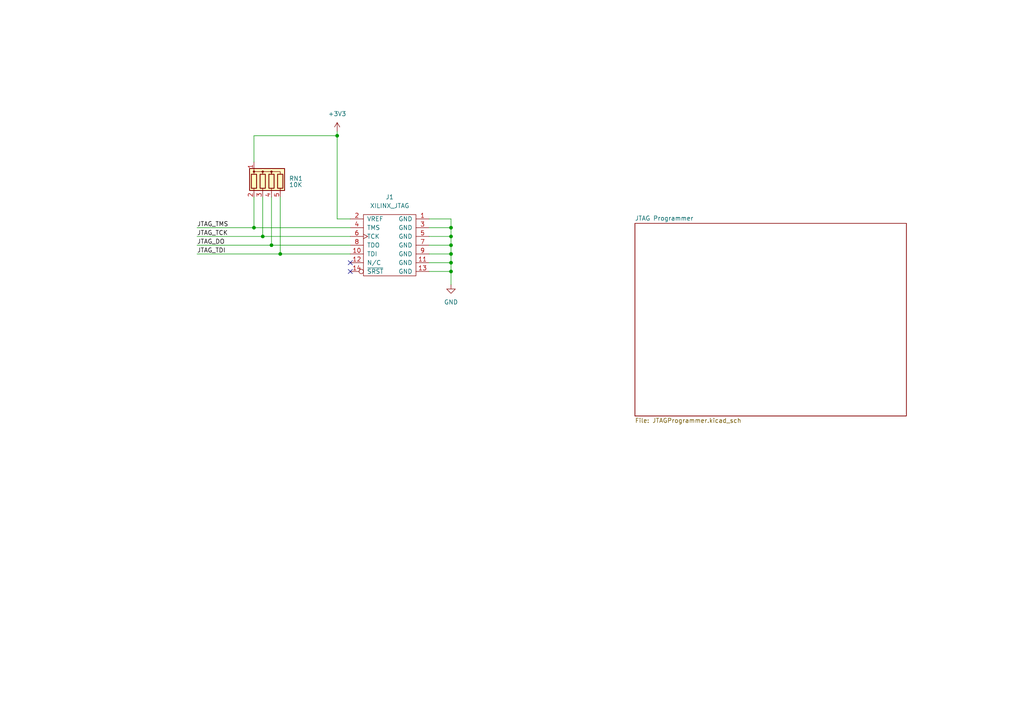
<source format=kicad_sch>
(kicad_sch (version 20230121) (generator eeschema)

  (uuid 6d34d272-376a-4771-99e5-85e7dd6edf17)

  (paper "A4")

  (lib_symbols
    (symbol "Device:R_Network04" (pin_names (offset 0) hide) (in_bom yes) (on_board yes)
      (property "Reference" "RN" (at -7.62 0 90)
        (effects (font (size 1.27 1.27)))
      )
      (property "Value" "R_Network04" (at 5.08 0 90)
        (effects (font (size 1.27 1.27)))
      )
      (property "Footprint" "Resistor_THT:R_Array_SIP5" (at 6.985 0 90)
        (effects (font (size 1.27 1.27)) hide)
      )
      (property "Datasheet" "http://www.vishay.com/docs/31509/csc.pdf" (at 0 0 0)
        (effects (font (size 1.27 1.27)) hide)
      )
      (property "ki_keywords" "R network star-topology" (at 0 0 0)
        (effects (font (size 1.27 1.27)) hide)
      )
      (property "ki_description" "4 resistor network, star topology, bussed resistors, small symbol" (at 0 0 0)
        (effects (font (size 1.27 1.27)) hide)
      )
      (property "ki_fp_filters" "R?Array?SIP*" (at 0 0 0)
        (effects (font (size 1.27 1.27)) hide)
      )
      (symbol "R_Network04_0_1"
        (rectangle (start -6.35 -3.175) (end 3.81 3.175)
          (stroke (width 0.254) (type default))
          (fill (type background))
        )
        (rectangle (start -5.842 1.524) (end -4.318 -2.54)
          (stroke (width 0.254) (type default))
          (fill (type none))
        )
        (circle (center -5.08 2.286) (radius 0.254)
          (stroke (width 0) (type default))
          (fill (type outline))
        )
        (rectangle (start -3.302 1.524) (end -1.778 -2.54)
          (stroke (width 0.254) (type default))
          (fill (type none))
        )
        (circle (center -2.54 2.286) (radius 0.254)
          (stroke (width 0) (type default))
          (fill (type outline))
        )
        (rectangle (start -0.762 1.524) (end 0.762 -2.54)
          (stroke (width 0.254) (type default))
          (fill (type none))
        )
        (polyline
          (pts
            (xy -5.08 -2.54)
            (xy -5.08 -3.81)
          )
          (stroke (width 0) (type default))
          (fill (type none))
        )
        (polyline
          (pts
            (xy -2.54 -2.54)
            (xy -2.54 -3.81)
          )
          (stroke (width 0) (type default))
          (fill (type none))
        )
        (polyline
          (pts
            (xy 0 -2.54)
            (xy 0 -3.81)
          )
          (stroke (width 0) (type default))
          (fill (type none))
        )
        (polyline
          (pts
            (xy 2.54 -2.54)
            (xy 2.54 -3.81)
          )
          (stroke (width 0) (type default))
          (fill (type none))
        )
        (polyline
          (pts
            (xy -5.08 1.524)
            (xy -5.08 2.286)
            (xy -2.54 2.286)
            (xy -2.54 1.524)
          )
          (stroke (width 0) (type default))
          (fill (type none))
        )
        (polyline
          (pts
            (xy -2.54 1.524)
            (xy -2.54 2.286)
            (xy 0 2.286)
            (xy 0 1.524)
          )
          (stroke (width 0) (type default))
          (fill (type none))
        )
        (polyline
          (pts
            (xy 0 1.524)
            (xy 0 2.286)
            (xy 2.54 2.286)
            (xy 2.54 1.524)
          )
          (stroke (width 0) (type default))
          (fill (type none))
        )
        (circle (center 0 2.286) (radius 0.254)
          (stroke (width 0) (type default))
          (fill (type outline))
        )
        (rectangle (start 1.778 1.524) (end 3.302 -2.54)
          (stroke (width 0.254) (type default))
          (fill (type none))
        )
      )
      (symbol "R_Network04_1_1"
        (pin passive line (at -5.08 5.08 270) (length 2.54)
          (name "common" (effects (font (size 1.27 1.27))))
          (number "1" (effects (font (size 1.27 1.27))))
        )
        (pin passive line (at -5.08 -5.08 90) (length 1.27)
          (name "R1" (effects (font (size 1.27 1.27))))
          (number "2" (effects (font (size 1.27 1.27))))
        )
        (pin passive line (at -2.54 -5.08 90) (length 1.27)
          (name "R2" (effects (font (size 1.27 1.27))))
          (number "3" (effects (font (size 1.27 1.27))))
        )
        (pin passive line (at 0 -5.08 90) (length 1.27)
          (name "R3" (effects (font (size 1.27 1.27))))
          (number "4" (effects (font (size 1.27 1.27))))
        )
        (pin passive line (at 2.54 -5.08 90) (length 1.27)
          (name "R4" (effects (font (size 1.27 1.27))))
          (number "5" (effects (font (size 1.27 1.27))))
        )
      )
    )
    (symbol "FPGA_project_parts:XILINX_JTAG" (pin_names (offset 1.016)) (in_bom yes) (on_board yes)
      (property "Reference" "J" (at 0 10.16 0)
        (effects (font (size 1.27 1.27)))
      )
      (property "Value" "XILINX_JTAG" (at 0 -10.16 0)
        (effects (font (size 1.27 1.27)))
      )
      (property "Footprint" "Connector_PinHeader_2.00mm:PinHeader_2x07_P2.00mm_Vertical_SMD" (at 0 0 0)
        (effects (font (size 1.27 1.27)) hide)
      )
      (property "Datasheet" "" (at 0 0 0)
        (effects (font (size 1.27 1.27)) hide)
      )
      (symbol "XILINX_JTAG_0_1"
        (rectangle (start -7.62 8.89) (end 7.62 -8.89)
          (stroke (width 0) (type solid))
          (fill (type none))
        )
      )
      (symbol "XILINX_JTAG_1_1"
        (pin power_in line (at 11.43 7.62 180) (length 3.81)
          (name "GND" (effects (font (size 1.27 1.27))))
          (number "1" (effects (font (size 1.27 1.27))))
        )
        (pin input line (at -11.43 -2.54 0) (length 3.81)
          (name "TDI" (effects (font (size 1.27 1.27))))
          (number "10" (effects (font (size 1.27 1.27))))
        )
        (pin power_in line (at 11.43 -5.08 180) (length 3.81)
          (name "GND" (effects (font (size 1.27 1.27))))
          (number "11" (effects (font (size 1.27 1.27))))
        )
        (pin passive line (at -11.43 -5.08 0) (length 3.81)
          (name "N/C" (effects (font (size 1.27 1.27))))
          (number "12" (effects (font (size 1.27 1.27))))
        )
        (pin power_in line (at 11.43 -7.62 180) (length 3.81)
          (name "GND" (effects (font (size 1.27 1.27))))
          (number "13" (effects (font (size 1.27 1.27))))
        )
        (pin input inverted (at -11.43 -7.62 0) (length 3.81)
          (name "~{SRST}" (effects (font (size 1.27 1.27))))
          (number "14" (effects (font (size 1.27 1.27))))
        )
        (pin input line (at -11.43 7.62 0) (length 3.81)
          (name "VREF" (effects (font (size 1.27 1.27))))
          (number "2" (effects (font (size 1.27 1.27))))
        )
        (pin power_in line (at 11.43 5.08 180) (length 3.81)
          (name "GND" (effects (font (size 1.27 1.27))))
          (number "3" (effects (font (size 1.27 1.27))))
        )
        (pin input line (at -11.43 5.08 0) (length 3.81)
          (name "TMS" (effects (font (size 1.27 1.27))))
          (number "4" (effects (font (size 1.27 1.27))))
        )
        (pin power_in line (at 11.43 2.54 180) (length 3.81)
          (name "GND" (effects (font (size 1.27 1.27))))
          (number "5" (effects (font (size 1.27 1.27))))
        )
        (pin input clock (at -11.43 2.54 0) (length 3.81)
          (name "TCK" (effects (font (size 1.27 1.27))))
          (number "6" (effects (font (size 1.27 1.27))))
        )
        (pin power_in line (at 11.43 0 180) (length 3.81)
          (name "GND" (effects (font (size 1.27 1.27))))
          (number "7" (effects (font (size 1.27 1.27))))
        )
        (pin output line (at -11.43 0 0) (length 3.81)
          (name "TDO" (effects (font (size 1.27 1.27))))
          (number "8" (effects (font (size 1.27 1.27))))
        )
        (pin power_in line (at 11.43 -2.54 180) (length 3.81)
          (name "GND" (effects (font (size 1.27 1.27))))
          (number "9" (effects (font (size 1.27 1.27))))
        )
      )
    )
    (symbol "power:+3V3" (power) (pin_names (offset 0)) (in_bom yes) (on_board yes)
      (property "Reference" "#PWR" (at 0 -3.81 0)
        (effects (font (size 1.27 1.27)) hide)
      )
      (property "Value" "+3V3" (at 0 3.556 0)
        (effects (font (size 1.27 1.27)))
      )
      (property "Footprint" "" (at 0 0 0)
        (effects (font (size 1.27 1.27)) hide)
      )
      (property "Datasheet" "" (at 0 0 0)
        (effects (font (size 1.27 1.27)) hide)
      )
      (property "ki_keywords" "global power" (at 0 0 0)
        (effects (font (size 1.27 1.27)) hide)
      )
      (property "ki_description" "Power symbol creates a global label with name \"+3V3\"" (at 0 0 0)
        (effects (font (size 1.27 1.27)) hide)
      )
      (symbol "+3V3_0_1"
        (polyline
          (pts
            (xy -0.762 1.27)
            (xy 0 2.54)
          )
          (stroke (width 0) (type default))
          (fill (type none))
        )
        (polyline
          (pts
            (xy 0 0)
            (xy 0 2.54)
          )
          (stroke (width 0) (type default))
          (fill (type none))
        )
        (polyline
          (pts
            (xy 0 2.54)
            (xy 0.762 1.27)
          )
          (stroke (width 0) (type default))
          (fill (type none))
        )
      )
      (symbol "+3V3_1_1"
        (pin power_in line (at 0 0 90) (length 0) hide
          (name "+3V3" (effects (font (size 1.27 1.27))))
          (number "1" (effects (font (size 1.27 1.27))))
        )
      )
    )
    (symbol "power:GND" (power) (pin_names (offset 0)) (in_bom yes) (on_board yes)
      (property "Reference" "#PWR" (at 0 -6.35 0)
        (effects (font (size 1.27 1.27)) hide)
      )
      (property "Value" "GND" (at 0 -3.81 0)
        (effects (font (size 1.27 1.27)))
      )
      (property "Footprint" "" (at 0 0 0)
        (effects (font (size 1.27 1.27)) hide)
      )
      (property "Datasheet" "" (at 0 0 0)
        (effects (font (size 1.27 1.27)) hide)
      )
      (property "ki_keywords" "global power" (at 0 0 0)
        (effects (font (size 1.27 1.27)) hide)
      )
      (property "ki_description" "Power symbol creates a global label with name \"GND\" , ground" (at 0 0 0)
        (effects (font (size 1.27 1.27)) hide)
      )
      (symbol "GND_0_1"
        (polyline
          (pts
            (xy 0 0)
            (xy 0 -1.27)
            (xy 1.27 -1.27)
            (xy 0 -2.54)
            (xy -1.27 -1.27)
            (xy 0 -1.27)
          )
          (stroke (width 0) (type default))
          (fill (type none))
        )
      )
      (symbol "GND_1_1"
        (pin power_in line (at 0 0 270) (length 0) hide
          (name "GND" (effects (font (size 1.27 1.27))))
          (number "1" (effects (font (size 1.27 1.27))))
        )
      )
    )
  )

  (junction (at 81.28 73.66) (diameter 0) (color 0 0 0 0)
    (uuid 1bd2e819-7095-4723-8e97-158bf2a8733c)
  )
  (junction (at 76.2 68.58) (diameter 0) (color 0 0 0 0)
    (uuid 3e775d9c-1bca-4a15-9dc7-590b14740f6e)
  )
  (junction (at 97.79 39.37) (diameter 0) (color 0 0 0 0)
    (uuid 49aaad85-cf97-4c39-9bea-f92a4cec6698)
  )
  (junction (at 73.66 66.04) (diameter 0) (color 0 0 0 0)
    (uuid 63a95ac2-50f6-48ab-b27c-955592ccb116)
  )
  (junction (at 130.81 66.04) (diameter 0) (color 0 0 0 0)
    (uuid 70982794-2a9f-4d7f-83af-84846a9ecc25)
  )
  (junction (at 130.81 76.2) (diameter 0) (color 0 0 0 0)
    (uuid 7e5f50db-814e-49a8-8a4c-b165824418e2)
  )
  (junction (at 130.81 68.58) (diameter 0) (color 0 0 0 0)
    (uuid 88ce0b2a-0f1e-4cc7-be08-18727df8805a)
  )
  (junction (at 78.74 71.12) (diameter 0) (color 0 0 0 0)
    (uuid 9c249a9a-182a-4d7e-ac1b-2fb344b50209)
  )
  (junction (at 130.81 71.12) (diameter 0) (color 0 0 0 0)
    (uuid c0d48e44-3c19-4d1b-95ba-f4e5e8b69a7e)
  )
  (junction (at 130.81 73.66) (diameter 0) (color 0 0 0 0)
    (uuid cb3f247b-39d5-48f5-938e-2643e73d554b)
  )
  (junction (at 130.81 78.74) (diameter 0) (color 0 0 0 0)
    (uuid ff951317-aa41-4da9-9e38-94a081e83a3f)
  )

  (no_connect (at 101.6 78.74) (uuid 70c3352f-4a91-4950-9eb8-555db29f9110))
  (no_connect (at 101.6 76.2) (uuid afb18101-1408-405c-a9a0-e67485afb85e))

  (wire (pts (xy 57.15 66.04) (xy 73.66 66.04))
    (stroke (width 0) (type default))
    (uuid 0ab837ed-a46b-4c36-a6f5-c29f616ef72a)
  )
  (wire (pts (xy 124.46 78.74) (xy 130.81 78.74))
    (stroke (width 0) (type default))
    (uuid 14115485-1b2b-46d8-a7cb-6627fdd473da)
  )
  (wire (pts (xy 57.15 68.58) (xy 76.2 68.58))
    (stroke (width 0) (type default))
    (uuid 1de6e87b-ab92-4d15-bf3c-8e6f49205566)
  )
  (wire (pts (xy 130.81 76.2) (xy 130.81 78.74))
    (stroke (width 0) (type default))
    (uuid 2785fe8d-7ef8-4a4b-af1e-2d0a3beabda8)
  )
  (wire (pts (xy 81.28 73.66) (xy 101.6 73.66))
    (stroke (width 0) (type default))
    (uuid 340b6e63-26e4-424c-9366-32e4cddf26a4)
  )
  (wire (pts (xy 97.79 63.5) (xy 97.79 39.37))
    (stroke (width 0) (type default))
    (uuid 4860f36a-f92d-4241-91d3-edf76b0dd33a)
  )
  (wire (pts (xy 130.81 73.66) (xy 130.81 76.2))
    (stroke (width 0) (type default))
    (uuid 4b1ca85e-2917-41c0-a0eb-9371d836b2f2)
  )
  (wire (pts (xy 73.66 39.37) (xy 73.66 46.99))
    (stroke (width 0) (type default))
    (uuid 501b4c8e-4fd3-4dbd-87d5-abf31bb2090b)
  )
  (wire (pts (xy 101.6 63.5) (xy 97.79 63.5))
    (stroke (width 0) (type default))
    (uuid 5521897b-e697-471e-abca-89b438810e9b)
  )
  (wire (pts (xy 130.81 71.12) (xy 130.81 73.66))
    (stroke (width 0) (type default))
    (uuid 562a1be9-cda3-4302-93bf-5a7164dc561d)
  )
  (wire (pts (xy 57.15 71.12) (xy 78.74 71.12))
    (stroke (width 0) (type default))
    (uuid 5721344d-73ce-4308-8355-cc8e0dd3795a)
  )
  (wire (pts (xy 124.46 66.04) (xy 130.81 66.04))
    (stroke (width 0) (type default))
    (uuid 5fffd234-d34d-4644-a71c-e46b06a6d131)
  )
  (wire (pts (xy 97.79 39.37) (xy 97.79 38.1))
    (stroke (width 0) (type default))
    (uuid 6d8fa9c3-84b1-4460-bc36-5006aa71dd2c)
  )
  (wire (pts (xy 76.2 68.58) (xy 76.2 57.15))
    (stroke (width 0) (type default))
    (uuid 6dacd384-2a23-44d1-a268-f59f6a24a5f9)
  )
  (wire (pts (xy 124.46 71.12) (xy 130.81 71.12))
    (stroke (width 0) (type default))
    (uuid 6f1f982b-a63a-4a56-bb6a-d2c988985829)
  )
  (wire (pts (xy 78.74 71.12) (xy 101.6 71.12))
    (stroke (width 0) (type default))
    (uuid 73f5384c-210f-4085-ab92-bedc6f3dfbf5)
  )
  (wire (pts (xy 124.46 76.2) (xy 130.81 76.2))
    (stroke (width 0) (type default))
    (uuid 7d8d0887-5764-4485-a82d-1db15b157a4c)
  )
  (wire (pts (xy 130.81 66.04) (xy 130.81 68.58))
    (stroke (width 0) (type default))
    (uuid 8e8bf95f-cb5f-46e9-a844-59247a982306)
  )
  (wire (pts (xy 78.74 71.12) (xy 78.74 57.15))
    (stroke (width 0) (type default))
    (uuid 947f32ed-6281-4577-99ee-6d2b03a97e16)
  )
  (wire (pts (xy 73.66 66.04) (xy 101.6 66.04))
    (stroke (width 0) (type default))
    (uuid 979c50c7-ca29-4b3c-9048-f0fcc1adf4fe)
  )
  (wire (pts (xy 73.66 66.04) (xy 73.66 57.15))
    (stroke (width 0) (type default))
    (uuid a39e2246-ee0f-4880-9d88-5263baed1a25)
  )
  (wire (pts (xy 97.79 39.37) (xy 73.66 39.37))
    (stroke (width 0) (type default))
    (uuid abb7790f-d7c0-4727-992f-dad6980e2727)
  )
  (wire (pts (xy 130.81 68.58) (xy 130.81 71.12))
    (stroke (width 0) (type default))
    (uuid add32fe0-fdda-45eb-a849-62605b5920f4)
  )
  (wire (pts (xy 76.2 68.58) (xy 101.6 68.58))
    (stroke (width 0) (type default))
    (uuid b4deb8cb-2667-4c58-833a-237203adb6bf)
  )
  (wire (pts (xy 124.46 68.58) (xy 130.81 68.58))
    (stroke (width 0) (type default))
    (uuid c4c92001-3923-4f84-ab76-ec32373c7b3e)
  )
  (wire (pts (xy 124.46 63.5) (xy 130.81 63.5))
    (stroke (width 0) (type default))
    (uuid cd69c6a6-ef0f-464c-9055-f827e649de32)
  )
  (wire (pts (xy 130.81 63.5) (xy 130.81 66.04))
    (stroke (width 0) (type default))
    (uuid cf67cfc1-97b3-4e44-82ee-4c7320fb2905)
  )
  (wire (pts (xy 57.15 73.66) (xy 81.28 73.66))
    (stroke (width 0) (type default))
    (uuid d0cbd155-439e-48cd-be03-d737b3575739)
  )
  (wire (pts (xy 81.28 73.66) (xy 81.28 57.15))
    (stroke (width 0) (type default))
    (uuid d18c6dc6-9e6c-47e8-99de-5ff9051171f6)
  )
  (wire (pts (xy 130.81 78.74) (xy 130.81 82.55))
    (stroke (width 0) (type default))
    (uuid efc10738-d572-4c5d-a703-f864a8d4f4ba)
  )
  (wire (pts (xy 124.46 73.66) (xy 130.81 73.66))
    (stroke (width 0) (type default))
    (uuid f7ed82b4-f723-49a0-b891-f34dfbd6e1be)
  )

  (label "JTAG_TMS" (at 57.15 66.04 0) (fields_autoplaced)
    (effects (font (size 1.27 1.27)) (justify left bottom))
    (uuid 4d688620-bd79-4f07-af64-3fe7a7e6c1a6)
  )
  (label "JTAG_TDI" (at 57.15 73.66 0) (fields_autoplaced)
    (effects (font (size 1.27 1.27)) (justify left bottom))
    (uuid 95ca5066-a4ef-421a-b685-629f6881dccd)
  )
  (label "JTAG_TCK" (at 57.15 68.58 0) (fields_autoplaced)
    (effects (font (size 1.27 1.27)) (justify left bottom))
    (uuid e91cb96f-687c-44d9-a313-299087f077ad)
  )
  (label "JTAG_DO" (at 57.15 71.12 0) (fields_autoplaced)
    (effects (font (size 1.27 1.27)) (justify left bottom))
    (uuid f8e4440f-d110-426e-8522-0ef6f0f6161d)
  )

  (symbol (lib_id "Device:R_Network04") (at 78.74 52.07 0) (unit 1)
    (in_bom yes) (on_board yes) (dnp no) (fields_autoplaced)
    (uuid 42634145-5b1a-4238-a627-7353b1b06b53)
    (property "Reference" "RN1" (at 83.82 51.054 0)
      (effects (font (size 1.27 1.27)) (justify left top))
    )
    (property "Value" "10K" (at 83.82 53.594 0)
      (effects (font (size 1.27 1.27)) (justify left))
    )
    (property "Footprint" "Resistor_THT:R_Array_SIP5" (at 85.725 52.07 90)
      (effects (font (size 1.27 1.27)) hide)
    )
    (property "Datasheet" "http://www.vishay.com/docs/31509/csc.pdf" (at 78.74 52.07 0)
      (effects (font (size 1.27 1.27)) hide)
    )
    (pin "1" (uuid 4b72712b-6e79-46a0-b9fd-978ffb796355))
    (pin "2" (uuid c17917b2-bc5d-419f-bfd8-577a88bcfc13))
    (pin "3" (uuid c70bd00f-dfe1-4d24-9551-7b2dad2a0198))
    (pin "4" (uuid dc247322-0bb3-48af-be69-e1ad5136ab93))
    (pin "5" (uuid 5a3e0728-1b21-4490-9506-1a9fd14810a8))
    (instances
      (project "Calculator"
        (path "/6d34d272-376a-4771-99e5-85e7dd6edf17"
          (reference "RN1") (unit 1)
        )
      )
    )
  )

  (symbol (lib_id "FPGA_project_parts:XILINX_JTAG") (at 113.03 71.12 0) (unit 1)
    (in_bom yes) (on_board yes) (dnp no) (fields_autoplaced)
    (uuid 63f0942a-b197-4e0d-bbba-625f15347607)
    (property "Reference" "J1" (at 113.03 57.15 0)
      (effects (font (size 1.27 1.27)))
    )
    (property "Value" "XILINX_JTAG" (at 113.03 59.69 0)
      (effects (font (size 1.27 1.27)))
    )
    (property "Footprint" "Connector_PinHeader_2.00mm:PinHeader_2x07_P2.00mm_Vertical_SMD" (at 113.03 71.12 0)
      (effects (font (size 1.27 1.27)) hide)
    )
    (property "Datasheet" "" (at 113.03 71.12 0)
      (effects (font (size 1.27 1.27)) hide)
    )
    (pin "1" (uuid e1f4053d-3699-4928-a8d7-ebd069fb5918))
    (pin "10" (uuid 6483fa07-af86-4ae0-91a0-9774a1ff8174))
    (pin "11" (uuid 0c221d09-e738-4e97-b2ee-eb81618e46e3))
    (pin "12" (uuid 91933cdb-0ef5-4c24-be65-8623ce045b1e))
    (pin "13" (uuid eeb2ee8d-1a62-4779-904f-0454d8ce12ec))
    (pin "14" (uuid 9eed7c9f-c266-4461-9b56-7a52cefa3025))
    (pin "2" (uuid 6c23caad-a8d6-4331-aba5-2df53efd8f50))
    (pin "3" (uuid 11b479f5-d3a5-4672-b94e-da4d0c387c38))
    (pin "4" (uuid bdffdd5c-645b-4c19-92e9-96b0ff2d42c2))
    (pin "5" (uuid 2cee25f0-c490-4c15-b9ae-ed75ede102a2))
    (pin "6" (uuid b53911dd-2f56-4662-a2c3-8ca1f142943c))
    (pin "7" (uuid 8d979a61-6ae1-4d86-9fe3-b8d59569c2b0))
    (pin "8" (uuid 457605d5-51a8-4776-a0e7-857b72e50b69))
    (pin "9" (uuid 71f0bdbf-07e9-403e-bd55-0fff46434588))
    (instances
      (project "Calculator"
        (path "/6d34d272-376a-4771-99e5-85e7dd6edf17"
          (reference "J1") (unit 1)
        )
      )
    )
  )

  (symbol (lib_id "power:GND") (at 130.81 82.55 0) (unit 1)
    (in_bom yes) (on_board yes) (dnp no) (fields_autoplaced)
    (uuid 81a3279b-4206-499f-beb1-3d132806d5b6)
    (property "Reference" "#PWR01" (at 130.81 88.9 0)
      (effects (font (size 1.27 1.27)) hide)
    )
    (property "Value" "GND" (at 130.81 87.63 0)
      (effects (font (size 1.27 1.27)))
    )
    (property "Footprint" "" (at 130.81 82.55 0)
      (effects (font (size 1.27 1.27)) hide)
    )
    (property "Datasheet" "" (at 130.81 82.55 0)
      (effects (font (size 1.27 1.27)) hide)
    )
    (pin "1" (uuid 7b8d829b-5a81-496d-93bb-a73a8d2a29b1))
    (instances
      (project "Calculator"
        (path "/6d34d272-376a-4771-99e5-85e7dd6edf17"
          (reference "#PWR01") (unit 1)
        )
      )
    )
  )

  (symbol (lib_id "power:+3V3") (at 97.79 38.1 0) (unit 1)
    (in_bom yes) (on_board yes) (dnp no) (fields_autoplaced)
    (uuid d8453063-7224-40d6-bb78-461031e4e911)
    (property "Reference" "#PWR02" (at 97.79 41.91 0)
      (effects (font (size 1.27 1.27)) hide)
    )
    (property "Value" "+3V3" (at 97.79 33.02 0)
      (effects (font (size 1.27 1.27)))
    )
    (property "Footprint" "" (at 97.79 38.1 0)
      (effects (font (size 1.27 1.27)) hide)
    )
    (property "Datasheet" "" (at 97.79 38.1 0)
      (effects (font (size 1.27 1.27)) hide)
    )
    (pin "1" (uuid 1275a3e9-9e97-4b14-bb13-ea6a4be704d5))
    (instances
      (project "Calculator"
        (path "/6d34d272-376a-4771-99e5-85e7dd6edf17"
          (reference "#PWR02") (unit 1)
        )
      )
    )
  )

  (sheet (at 184.15 64.77) (size 78.74 55.88) (fields_autoplaced)
    (stroke (width 0.1524) (type solid))
    (fill (color 0 0 0 0.0000))
    (uuid 034c471a-a7d3-415b-824e-decce32b2987)
    (property "Sheetname" "JTAG Programmer" (at 184.15 64.0584 0)
      (effects (font (size 1.27 1.27)) (justify left bottom))
    )
    (property "Sheetfile" "JTAGProgrammer.kicad_sch" (at 184.15 121.2346 0)
      (effects (font (size 1.27 1.27)) (justify left top))
    )
    (instances
      (project "Calculator"
        (path "/6d34d272-376a-4771-99e5-85e7dd6edf17" (page "2"))
      )
    )
  )

  (sheet_instances
    (path "/" (page "1"))
  )
)

</source>
